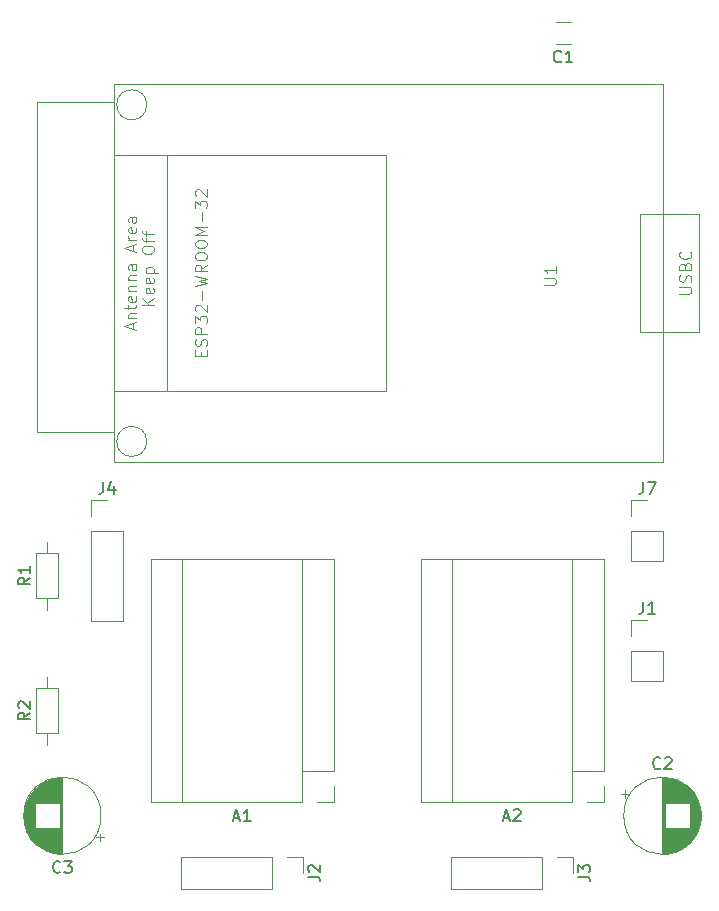
<source format=gbr>
%TF.GenerationSoftware,KiCad,Pcbnew,8.0.6*%
%TF.CreationDate,2024-11-14T00:00:25+01:00*%
%TF.ProjectId,CameraSlider,43616d65-7261-4536-9c69-6465722e6b69,rev?*%
%TF.SameCoordinates,Original*%
%TF.FileFunction,Legend,Top*%
%TF.FilePolarity,Positive*%
%FSLAX46Y46*%
G04 Gerber Fmt 4.6, Leading zero omitted, Abs format (unit mm)*
G04 Created by KiCad (PCBNEW 8.0.6) date 2024-11-14 00:00:25*
%MOMM*%
%LPD*%
G01*
G04 APERTURE LIST*
%ADD10C,0.150000*%
%ADD11C,0.100000*%
%ADD12C,0.120000*%
G04 APERTURE END LIST*
D10*
X136474819Y-110896666D02*
X135998628Y-111229999D01*
X136474819Y-111468094D02*
X135474819Y-111468094D01*
X135474819Y-111468094D02*
X135474819Y-111087142D01*
X135474819Y-111087142D02*
X135522438Y-110991904D01*
X135522438Y-110991904D02*
X135570057Y-110944285D01*
X135570057Y-110944285D02*
X135665295Y-110896666D01*
X135665295Y-110896666D02*
X135808152Y-110896666D01*
X135808152Y-110896666D02*
X135903390Y-110944285D01*
X135903390Y-110944285D02*
X135951009Y-110991904D01*
X135951009Y-110991904D02*
X135998628Y-111087142D01*
X135998628Y-111087142D02*
X135998628Y-111468094D01*
X135570057Y-110515713D02*
X135522438Y-110468094D01*
X135522438Y-110468094D02*
X135474819Y-110372856D01*
X135474819Y-110372856D02*
X135474819Y-110134761D01*
X135474819Y-110134761D02*
X135522438Y-110039523D01*
X135522438Y-110039523D02*
X135570057Y-109991904D01*
X135570057Y-109991904D02*
X135665295Y-109944285D01*
X135665295Y-109944285D02*
X135760533Y-109944285D01*
X135760533Y-109944285D02*
X135903390Y-109991904D01*
X135903390Y-109991904D02*
X136474819Y-110563332D01*
X136474819Y-110563332D02*
X136474819Y-109944285D01*
X136474819Y-99466666D02*
X135998628Y-99799999D01*
X136474819Y-100038094D02*
X135474819Y-100038094D01*
X135474819Y-100038094D02*
X135474819Y-99657142D01*
X135474819Y-99657142D02*
X135522438Y-99561904D01*
X135522438Y-99561904D02*
X135570057Y-99514285D01*
X135570057Y-99514285D02*
X135665295Y-99466666D01*
X135665295Y-99466666D02*
X135808152Y-99466666D01*
X135808152Y-99466666D02*
X135903390Y-99514285D01*
X135903390Y-99514285D02*
X135951009Y-99561904D01*
X135951009Y-99561904D02*
X135998628Y-99657142D01*
X135998628Y-99657142D02*
X135998628Y-100038094D01*
X136474819Y-98514285D02*
X136474819Y-99085713D01*
X136474819Y-98799999D02*
X135474819Y-98799999D01*
X135474819Y-98799999D02*
X135617676Y-98895237D01*
X135617676Y-98895237D02*
X135712914Y-98990475D01*
X135712914Y-98990475D02*
X135760533Y-99085713D01*
X188406666Y-91344819D02*
X188406666Y-92059104D01*
X188406666Y-92059104D02*
X188359047Y-92201961D01*
X188359047Y-92201961D02*
X188263809Y-92297200D01*
X188263809Y-92297200D02*
X188120952Y-92344819D01*
X188120952Y-92344819D02*
X188025714Y-92344819D01*
X188787619Y-91344819D02*
X189454285Y-91344819D01*
X189454285Y-91344819D02*
X189025714Y-92344819D01*
X142686666Y-91344819D02*
X142686666Y-92059104D01*
X142686666Y-92059104D02*
X142639047Y-92201961D01*
X142639047Y-92201961D02*
X142543809Y-92297200D01*
X142543809Y-92297200D02*
X142400952Y-92344819D01*
X142400952Y-92344819D02*
X142305714Y-92344819D01*
X143591428Y-91678152D02*
X143591428Y-92344819D01*
X143353333Y-91297200D02*
X143115238Y-92011485D01*
X143115238Y-92011485D02*
X143734285Y-92011485D01*
X188406666Y-101504819D02*
X188406666Y-102219104D01*
X188406666Y-102219104D02*
X188359047Y-102361961D01*
X188359047Y-102361961D02*
X188263809Y-102457200D01*
X188263809Y-102457200D02*
X188120952Y-102504819D01*
X188120952Y-102504819D02*
X188025714Y-102504819D01*
X189406666Y-102504819D02*
X188835238Y-102504819D01*
X189120952Y-102504819D02*
X189120952Y-101504819D01*
X189120952Y-101504819D02*
X189025714Y-101647676D01*
X189025714Y-101647676D02*
X188930476Y-101742914D01*
X188930476Y-101742914D02*
X188835238Y-101790533D01*
X139063333Y-124379580D02*
X139015714Y-124427200D01*
X139015714Y-124427200D02*
X138872857Y-124474819D01*
X138872857Y-124474819D02*
X138777619Y-124474819D01*
X138777619Y-124474819D02*
X138634762Y-124427200D01*
X138634762Y-124427200D02*
X138539524Y-124331961D01*
X138539524Y-124331961D02*
X138491905Y-124236723D01*
X138491905Y-124236723D02*
X138444286Y-124046247D01*
X138444286Y-124046247D02*
X138444286Y-123903390D01*
X138444286Y-123903390D02*
X138491905Y-123712914D01*
X138491905Y-123712914D02*
X138539524Y-123617676D01*
X138539524Y-123617676D02*
X138634762Y-123522438D01*
X138634762Y-123522438D02*
X138777619Y-123474819D01*
X138777619Y-123474819D02*
X138872857Y-123474819D01*
X138872857Y-123474819D02*
X139015714Y-123522438D01*
X139015714Y-123522438D02*
X139063333Y-123570057D01*
X139396667Y-123474819D02*
X140015714Y-123474819D01*
X140015714Y-123474819D02*
X139682381Y-123855771D01*
X139682381Y-123855771D02*
X139825238Y-123855771D01*
X139825238Y-123855771D02*
X139920476Y-123903390D01*
X139920476Y-123903390D02*
X139968095Y-123951009D01*
X139968095Y-123951009D02*
X140015714Y-124046247D01*
X140015714Y-124046247D02*
X140015714Y-124284342D01*
X140015714Y-124284342D02*
X139968095Y-124379580D01*
X139968095Y-124379580D02*
X139920476Y-124427200D01*
X139920476Y-124427200D02*
X139825238Y-124474819D01*
X139825238Y-124474819D02*
X139539524Y-124474819D01*
X139539524Y-124474819D02*
X139444286Y-124427200D01*
X139444286Y-124427200D02*
X139396667Y-124379580D01*
X189863333Y-115579580D02*
X189815714Y-115627200D01*
X189815714Y-115627200D02*
X189672857Y-115674819D01*
X189672857Y-115674819D02*
X189577619Y-115674819D01*
X189577619Y-115674819D02*
X189434762Y-115627200D01*
X189434762Y-115627200D02*
X189339524Y-115531961D01*
X189339524Y-115531961D02*
X189291905Y-115436723D01*
X189291905Y-115436723D02*
X189244286Y-115246247D01*
X189244286Y-115246247D02*
X189244286Y-115103390D01*
X189244286Y-115103390D02*
X189291905Y-114912914D01*
X189291905Y-114912914D02*
X189339524Y-114817676D01*
X189339524Y-114817676D02*
X189434762Y-114722438D01*
X189434762Y-114722438D02*
X189577619Y-114674819D01*
X189577619Y-114674819D02*
X189672857Y-114674819D01*
X189672857Y-114674819D02*
X189815714Y-114722438D01*
X189815714Y-114722438D02*
X189863333Y-114770057D01*
X190244286Y-114770057D02*
X190291905Y-114722438D01*
X190291905Y-114722438D02*
X190387143Y-114674819D01*
X190387143Y-114674819D02*
X190625238Y-114674819D01*
X190625238Y-114674819D02*
X190720476Y-114722438D01*
X190720476Y-114722438D02*
X190768095Y-114770057D01*
X190768095Y-114770057D02*
X190815714Y-114865295D01*
X190815714Y-114865295D02*
X190815714Y-114960533D01*
X190815714Y-114960533D02*
X190768095Y-115103390D01*
X190768095Y-115103390D02*
X190196667Y-115674819D01*
X190196667Y-115674819D02*
X190815714Y-115674819D01*
X181463333Y-55749580D02*
X181415714Y-55797200D01*
X181415714Y-55797200D02*
X181272857Y-55844819D01*
X181272857Y-55844819D02*
X181177619Y-55844819D01*
X181177619Y-55844819D02*
X181034762Y-55797200D01*
X181034762Y-55797200D02*
X180939524Y-55701961D01*
X180939524Y-55701961D02*
X180891905Y-55606723D01*
X180891905Y-55606723D02*
X180844286Y-55416247D01*
X180844286Y-55416247D02*
X180844286Y-55273390D01*
X180844286Y-55273390D02*
X180891905Y-55082914D01*
X180891905Y-55082914D02*
X180939524Y-54987676D01*
X180939524Y-54987676D02*
X181034762Y-54892438D01*
X181034762Y-54892438D02*
X181177619Y-54844819D01*
X181177619Y-54844819D02*
X181272857Y-54844819D01*
X181272857Y-54844819D02*
X181415714Y-54892438D01*
X181415714Y-54892438D02*
X181463333Y-54940057D01*
X182415714Y-55844819D02*
X181844286Y-55844819D01*
X182130000Y-55844819D02*
X182130000Y-54844819D01*
X182130000Y-54844819D02*
X182034762Y-54987676D01*
X182034762Y-54987676D02*
X181939524Y-55082914D01*
X181939524Y-55082914D02*
X181844286Y-55130533D01*
D11*
X180017419Y-74661904D02*
X180826942Y-74661904D01*
X180826942Y-74661904D02*
X180922180Y-74614285D01*
X180922180Y-74614285D02*
X180969800Y-74566666D01*
X180969800Y-74566666D02*
X181017419Y-74471428D01*
X181017419Y-74471428D02*
X181017419Y-74280952D01*
X181017419Y-74280952D02*
X180969800Y-74185714D01*
X180969800Y-74185714D02*
X180922180Y-74138095D01*
X180922180Y-74138095D02*
X180826942Y-74090476D01*
X180826942Y-74090476D02*
X180017419Y-74090476D01*
X181017419Y-73090476D02*
X181017419Y-73661904D01*
X181017419Y-73376190D02*
X180017419Y-73376190D01*
X180017419Y-73376190D02*
X180160276Y-73471428D01*
X180160276Y-73471428D02*
X180255514Y-73566666D01*
X180255514Y-73566666D02*
X180303133Y-73661904D01*
X146972419Y-76356115D02*
X145972419Y-76356115D01*
X146972419Y-75784687D02*
X146400990Y-76213258D01*
X145972419Y-75784687D02*
X146543847Y-76356115D01*
X146924800Y-74975163D02*
X146972419Y-75070401D01*
X146972419Y-75070401D02*
X146972419Y-75260877D01*
X146972419Y-75260877D02*
X146924800Y-75356115D01*
X146924800Y-75356115D02*
X146829561Y-75403734D01*
X146829561Y-75403734D02*
X146448609Y-75403734D01*
X146448609Y-75403734D02*
X146353371Y-75356115D01*
X146353371Y-75356115D02*
X146305752Y-75260877D01*
X146305752Y-75260877D02*
X146305752Y-75070401D01*
X146305752Y-75070401D02*
X146353371Y-74975163D01*
X146353371Y-74975163D02*
X146448609Y-74927544D01*
X146448609Y-74927544D02*
X146543847Y-74927544D01*
X146543847Y-74927544D02*
X146639085Y-75403734D01*
X146924800Y-74118020D02*
X146972419Y-74213258D01*
X146972419Y-74213258D02*
X146972419Y-74403734D01*
X146972419Y-74403734D02*
X146924800Y-74498972D01*
X146924800Y-74498972D02*
X146829561Y-74546591D01*
X146829561Y-74546591D02*
X146448609Y-74546591D01*
X146448609Y-74546591D02*
X146353371Y-74498972D01*
X146353371Y-74498972D02*
X146305752Y-74403734D01*
X146305752Y-74403734D02*
X146305752Y-74213258D01*
X146305752Y-74213258D02*
X146353371Y-74118020D01*
X146353371Y-74118020D02*
X146448609Y-74070401D01*
X146448609Y-74070401D02*
X146543847Y-74070401D01*
X146543847Y-74070401D02*
X146639085Y-74546591D01*
X146305752Y-73641829D02*
X147305752Y-73641829D01*
X146353371Y-73641829D02*
X146305752Y-73546591D01*
X146305752Y-73546591D02*
X146305752Y-73356115D01*
X146305752Y-73356115D02*
X146353371Y-73260877D01*
X146353371Y-73260877D02*
X146400990Y-73213258D01*
X146400990Y-73213258D02*
X146496228Y-73165639D01*
X146496228Y-73165639D02*
X146781942Y-73165639D01*
X146781942Y-73165639D02*
X146877180Y-73213258D01*
X146877180Y-73213258D02*
X146924800Y-73260877D01*
X146924800Y-73260877D02*
X146972419Y-73356115D01*
X146972419Y-73356115D02*
X146972419Y-73546591D01*
X146972419Y-73546591D02*
X146924800Y-73641829D01*
X145972419Y-71784686D02*
X145972419Y-71594210D01*
X145972419Y-71594210D02*
X146020038Y-71498972D01*
X146020038Y-71498972D02*
X146115276Y-71403734D01*
X146115276Y-71403734D02*
X146305752Y-71356115D01*
X146305752Y-71356115D02*
X146639085Y-71356115D01*
X146639085Y-71356115D02*
X146829561Y-71403734D01*
X146829561Y-71403734D02*
X146924800Y-71498972D01*
X146924800Y-71498972D02*
X146972419Y-71594210D01*
X146972419Y-71594210D02*
X146972419Y-71784686D01*
X146972419Y-71784686D02*
X146924800Y-71879924D01*
X146924800Y-71879924D02*
X146829561Y-71975162D01*
X146829561Y-71975162D02*
X146639085Y-72022781D01*
X146639085Y-72022781D02*
X146305752Y-72022781D01*
X146305752Y-72022781D02*
X146115276Y-71975162D01*
X146115276Y-71975162D02*
X146020038Y-71879924D01*
X146020038Y-71879924D02*
X145972419Y-71784686D01*
X146305752Y-71070400D02*
X146305752Y-70689448D01*
X146972419Y-70927543D02*
X146115276Y-70927543D01*
X146115276Y-70927543D02*
X146020038Y-70879924D01*
X146020038Y-70879924D02*
X145972419Y-70784686D01*
X145972419Y-70784686D02*
X145972419Y-70689448D01*
X146305752Y-70498971D02*
X146305752Y-70118019D01*
X146972419Y-70356114D02*
X146115276Y-70356114D01*
X146115276Y-70356114D02*
X146020038Y-70308495D01*
X146020038Y-70308495D02*
X145972419Y-70213257D01*
X145972419Y-70213257D02*
X145972419Y-70118019D01*
X191472419Y-75421904D02*
X192281942Y-75421904D01*
X192281942Y-75421904D02*
X192377180Y-75374285D01*
X192377180Y-75374285D02*
X192424800Y-75326666D01*
X192424800Y-75326666D02*
X192472419Y-75231428D01*
X192472419Y-75231428D02*
X192472419Y-75040952D01*
X192472419Y-75040952D02*
X192424800Y-74945714D01*
X192424800Y-74945714D02*
X192377180Y-74898095D01*
X192377180Y-74898095D02*
X192281942Y-74850476D01*
X192281942Y-74850476D02*
X191472419Y-74850476D01*
X192424800Y-74421904D02*
X192472419Y-74279047D01*
X192472419Y-74279047D02*
X192472419Y-74040952D01*
X192472419Y-74040952D02*
X192424800Y-73945714D01*
X192424800Y-73945714D02*
X192377180Y-73898095D01*
X192377180Y-73898095D02*
X192281942Y-73850476D01*
X192281942Y-73850476D02*
X192186704Y-73850476D01*
X192186704Y-73850476D02*
X192091466Y-73898095D01*
X192091466Y-73898095D02*
X192043847Y-73945714D01*
X192043847Y-73945714D02*
X191996228Y-74040952D01*
X191996228Y-74040952D02*
X191948609Y-74231428D01*
X191948609Y-74231428D02*
X191900990Y-74326666D01*
X191900990Y-74326666D02*
X191853371Y-74374285D01*
X191853371Y-74374285D02*
X191758133Y-74421904D01*
X191758133Y-74421904D02*
X191662895Y-74421904D01*
X191662895Y-74421904D02*
X191567657Y-74374285D01*
X191567657Y-74374285D02*
X191520038Y-74326666D01*
X191520038Y-74326666D02*
X191472419Y-74231428D01*
X191472419Y-74231428D02*
X191472419Y-73993333D01*
X191472419Y-73993333D02*
X191520038Y-73850476D01*
X191948609Y-73088571D02*
X191996228Y-72945714D01*
X191996228Y-72945714D02*
X192043847Y-72898095D01*
X192043847Y-72898095D02*
X192139085Y-72850476D01*
X192139085Y-72850476D02*
X192281942Y-72850476D01*
X192281942Y-72850476D02*
X192377180Y-72898095D01*
X192377180Y-72898095D02*
X192424800Y-72945714D01*
X192424800Y-72945714D02*
X192472419Y-73040952D01*
X192472419Y-73040952D02*
X192472419Y-73421904D01*
X192472419Y-73421904D02*
X191472419Y-73421904D01*
X191472419Y-73421904D02*
X191472419Y-73088571D01*
X191472419Y-73088571D02*
X191520038Y-72993333D01*
X191520038Y-72993333D02*
X191567657Y-72945714D01*
X191567657Y-72945714D02*
X191662895Y-72898095D01*
X191662895Y-72898095D02*
X191758133Y-72898095D01*
X191758133Y-72898095D02*
X191853371Y-72945714D01*
X191853371Y-72945714D02*
X191900990Y-72993333D01*
X191900990Y-72993333D02*
X191948609Y-73088571D01*
X191948609Y-73088571D02*
X191948609Y-73421904D01*
X192377180Y-71850476D02*
X192424800Y-71898095D01*
X192424800Y-71898095D02*
X192472419Y-72040952D01*
X192472419Y-72040952D02*
X192472419Y-72136190D01*
X192472419Y-72136190D02*
X192424800Y-72279047D01*
X192424800Y-72279047D02*
X192329561Y-72374285D01*
X192329561Y-72374285D02*
X192234323Y-72421904D01*
X192234323Y-72421904D02*
X192043847Y-72469523D01*
X192043847Y-72469523D02*
X191900990Y-72469523D01*
X191900990Y-72469523D02*
X191710514Y-72421904D01*
X191710514Y-72421904D02*
X191615276Y-72374285D01*
X191615276Y-72374285D02*
X191520038Y-72279047D01*
X191520038Y-72279047D02*
X191472419Y-72136190D01*
X191472419Y-72136190D02*
X191472419Y-72040952D01*
X191472419Y-72040952D02*
X191520038Y-71898095D01*
X191520038Y-71898095D02*
X191567657Y-71850476D01*
X150948609Y-80683808D02*
X150948609Y-80350475D01*
X151472419Y-80207618D02*
X151472419Y-80683808D01*
X151472419Y-80683808D02*
X150472419Y-80683808D01*
X150472419Y-80683808D02*
X150472419Y-80207618D01*
X151424800Y-79826665D02*
X151472419Y-79683808D01*
X151472419Y-79683808D02*
X151472419Y-79445713D01*
X151472419Y-79445713D02*
X151424800Y-79350475D01*
X151424800Y-79350475D02*
X151377180Y-79302856D01*
X151377180Y-79302856D02*
X151281942Y-79255237D01*
X151281942Y-79255237D02*
X151186704Y-79255237D01*
X151186704Y-79255237D02*
X151091466Y-79302856D01*
X151091466Y-79302856D02*
X151043847Y-79350475D01*
X151043847Y-79350475D02*
X150996228Y-79445713D01*
X150996228Y-79445713D02*
X150948609Y-79636189D01*
X150948609Y-79636189D02*
X150900990Y-79731427D01*
X150900990Y-79731427D02*
X150853371Y-79779046D01*
X150853371Y-79779046D02*
X150758133Y-79826665D01*
X150758133Y-79826665D02*
X150662895Y-79826665D01*
X150662895Y-79826665D02*
X150567657Y-79779046D01*
X150567657Y-79779046D02*
X150520038Y-79731427D01*
X150520038Y-79731427D02*
X150472419Y-79636189D01*
X150472419Y-79636189D02*
X150472419Y-79398094D01*
X150472419Y-79398094D02*
X150520038Y-79255237D01*
X151472419Y-78826665D02*
X150472419Y-78826665D01*
X150472419Y-78826665D02*
X150472419Y-78445713D01*
X150472419Y-78445713D02*
X150520038Y-78350475D01*
X150520038Y-78350475D02*
X150567657Y-78302856D01*
X150567657Y-78302856D02*
X150662895Y-78255237D01*
X150662895Y-78255237D02*
X150805752Y-78255237D01*
X150805752Y-78255237D02*
X150900990Y-78302856D01*
X150900990Y-78302856D02*
X150948609Y-78350475D01*
X150948609Y-78350475D02*
X150996228Y-78445713D01*
X150996228Y-78445713D02*
X150996228Y-78826665D01*
X150472419Y-77921903D02*
X150472419Y-77302856D01*
X150472419Y-77302856D02*
X150853371Y-77636189D01*
X150853371Y-77636189D02*
X150853371Y-77493332D01*
X150853371Y-77493332D02*
X150900990Y-77398094D01*
X150900990Y-77398094D02*
X150948609Y-77350475D01*
X150948609Y-77350475D02*
X151043847Y-77302856D01*
X151043847Y-77302856D02*
X151281942Y-77302856D01*
X151281942Y-77302856D02*
X151377180Y-77350475D01*
X151377180Y-77350475D02*
X151424800Y-77398094D01*
X151424800Y-77398094D02*
X151472419Y-77493332D01*
X151472419Y-77493332D02*
X151472419Y-77779046D01*
X151472419Y-77779046D02*
X151424800Y-77874284D01*
X151424800Y-77874284D02*
X151377180Y-77921903D01*
X150567657Y-76921903D02*
X150520038Y-76874284D01*
X150520038Y-76874284D02*
X150472419Y-76779046D01*
X150472419Y-76779046D02*
X150472419Y-76540951D01*
X150472419Y-76540951D02*
X150520038Y-76445713D01*
X150520038Y-76445713D02*
X150567657Y-76398094D01*
X150567657Y-76398094D02*
X150662895Y-76350475D01*
X150662895Y-76350475D02*
X150758133Y-76350475D01*
X150758133Y-76350475D02*
X150900990Y-76398094D01*
X150900990Y-76398094D02*
X151472419Y-76969522D01*
X151472419Y-76969522D02*
X151472419Y-76350475D01*
X151091466Y-75921903D02*
X151091466Y-75159999D01*
X150472419Y-74779046D02*
X151472419Y-74540951D01*
X151472419Y-74540951D02*
X150758133Y-74350475D01*
X150758133Y-74350475D02*
X151472419Y-74159999D01*
X151472419Y-74159999D02*
X150472419Y-73921904D01*
X151472419Y-72969523D02*
X150996228Y-73302856D01*
X151472419Y-73540951D02*
X150472419Y-73540951D01*
X150472419Y-73540951D02*
X150472419Y-73159999D01*
X150472419Y-73159999D02*
X150520038Y-73064761D01*
X150520038Y-73064761D02*
X150567657Y-73017142D01*
X150567657Y-73017142D02*
X150662895Y-72969523D01*
X150662895Y-72969523D02*
X150805752Y-72969523D01*
X150805752Y-72969523D02*
X150900990Y-73017142D01*
X150900990Y-73017142D02*
X150948609Y-73064761D01*
X150948609Y-73064761D02*
X150996228Y-73159999D01*
X150996228Y-73159999D02*
X150996228Y-73540951D01*
X150472419Y-72350475D02*
X150472419Y-72159999D01*
X150472419Y-72159999D02*
X150520038Y-72064761D01*
X150520038Y-72064761D02*
X150615276Y-71969523D01*
X150615276Y-71969523D02*
X150805752Y-71921904D01*
X150805752Y-71921904D02*
X151139085Y-71921904D01*
X151139085Y-71921904D02*
X151329561Y-71969523D01*
X151329561Y-71969523D02*
X151424800Y-72064761D01*
X151424800Y-72064761D02*
X151472419Y-72159999D01*
X151472419Y-72159999D02*
X151472419Y-72350475D01*
X151472419Y-72350475D02*
X151424800Y-72445713D01*
X151424800Y-72445713D02*
X151329561Y-72540951D01*
X151329561Y-72540951D02*
X151139085Y-72588570D01*
X151139085Y-72588570D02*
X150805752Y-72588570D01*
X150805752Y-72588570D02*
X150615276Y-72540951D01*
X150615276Y-72540951D02*
X150520038Y-72445713D01*
X150520038Y-72445713D02*
X150472419Y-72350475D01*
X150472419Y-71302856D02*
X150472419Y-71112380D01*
X150472419Y-71112380D02*
X150520038Y-71017142D01*
X150520038Y-71017142D02*
X150615276Y-70921904D01*
X150615276Y-70921904D02*
X150805752Y-70874285D01*
X150805752Y-70874285D02*
X151139085Y-70874285D01*
X151139085Y-70874285D02*
X151329561Y-70921904D01*
X151329561Y-70921904D02*
X151424800Y-71017142D01*
X151424800Y-71017142D02*
X151472419Y-71112380D01*
X151472419Y-71112380D02*
X151472419Y-71302856D01*
X151472419Y-71302856D02*
X151424800Y-71398094D01*
X151424800Y-71398094D02*
X151329561Y-71493332D01*
X151329561Y-71493332D02*
X151139085Y-71540951D01*
X151139085Y-71540951D02*
X150805752Y-71540951D01*
X150805752Y-71540951D02*
X150615276Y-71493332D01*
X150615276Y-71493332D02*
X150520038Y-71398094D01*
X150520038Y-71398094D02*
X150472419Y-71302856D01*
X151472419Y-70445713D02*
X150472419Y-70445713D01*
X150472419Y-70445713D02*
X151186704Y-70112380D01*
X151186704Y-70112380D02*
X150472419Y-69779047D01*
X150472419Y-69779047D02*
X151472419Y-69779047D01*
X151091466Y-69302856D02*
X151091466Y-68540952D01*
X150472419Y-68159999D02*
X150472419Y-67540952D01*
X150472419Y-67540952D02*
X150853371Y-67874285D01*
X150853371Y-67874285D02*
X150853371Y-67731428D01*
X150853371Y-67731428D02*
X150900990Y-67636190D01*
X150900990Y-67636190D02*
X150948609Y-67588571D01*
X150948609Y-67588571D02*
X151043847Y-67540952D01*
X151043847Y-67540952D02*
X151281942Y-67540952D01*
X151281942Y-67540952D02*
X151377180Y-67588571D01*
X151377180Y-67588571D02*
X151424800Y-67636190D01*
X151424800Y-67636190D02*
X151472419Y-67731428D01*
X151472419Y-67731428D02*
X151472419Y-68017142D01*
X151472419Y-68017142D02*
X151424800Y-68112380D01*
X151424800Y-68112380D02*
X151377180Y-68159999D01*
X150567657Y-67159999D02*
X150520038Y-67112380D01*
X150520038Y-67112380D02*
X150472419Y-67017142D01*
X150472419Y-67017142D02*
X150472419Y-66779047D01*
X150472419Y-66779047D02*
X150520038Y-66683809D01*
X150520038Y-66683809D02*
X150567657Y-66636190D01*
X150567657Y-66636190D02*
X150662895Y-66588571D01*
X150662895Y-66588571D02*
X150758133Y-66588571D01*
X150758133Y-66588571D02*
X150900990Y-66636190D01*
X150900990Y-66636190D02*
X151472419Y-67207618D01*
X151472419Y-67207618D02*
X151472419Y-66588571D01*
X145186704Y-78421905D02*
X145186704Y-77945715D01*
X145472419Y-78517143D02*
X144472419Y-78183810D01*
X144472419Y-78183810D02*
X145472419Y-77850477D01*
X144805752Y-77517143D02*
X145472419Y-77517143D01*
X144900990Y-77517143D02*
X144853371Y-77469524D01*
X144853371Y-77469524D02*
X144805752Y-77374286D01*
X144805752Y-77374286D02*
X144805752Y-77231429D01*
X144805752Y-77231429D02*
X144853371Y-77136191D01*
X144853371Y-77136191D02*
X144948609Y-77088572D01*
X144948609Y-77088572D02*
X145472419Y-77088572D01*
X144805752Y-76755238D02*
X144805752Y-76374286D01*
X144472419Y-76612381D02*
X145329561Y-76612381D01*
X145329561Y-76612381D02*
X145424800Y-76564762D01*
X145424800Y-76564762D02*
X145472419Y-76469524D01*
X145472419Y-76469524D02*
X145472419Y-76374286D01*
X145424800Y-75660000D02*
X145472419Y-75755238D01*
X145472419Y-75755238D02*
X145472419Y-75945714D01*
X145472419Y-75945714D02*
X145424800Y-76040952D01*
X145424800Y-76040952D02*
X145329561Y-76088571D01*
X145329561Y-76088571D02*
X144948609Y-76088571D01*
X144948609Y-76088571D02*
X144853371Y-76040952D01*
X144853371Y-76040952D02*
X144805752Y-75945714D01*
X144805752Y-75945714D02*
X144805752Y-75755238D01*
X144805752Y-75755238D02*
X144853371Y-75660000D01*
X144853371Y-75660000D02*
X144948609Y-75612381D01*
X144948609Y-75612381D02*
X145043847Y-75612381D01*
X145043847Y-75612381D02*
X145139085Y-76088571D01*
X144805752Y-75183809D02*
X145472419Y-75183809D01*
X144900990Y-75183809D02*
X144853371Y-75136190D01*
X144853371Y-75136190D02*
X144805752Y-75040952D01*
X144805752Y-75040952D02*
X144805752Y-74898095D01*
X144805752Y-74898095D02*
X144853371Y-74802857D01*
X144853371Y-74802857D02*
X144948609Y-74755238D01*
X144948609Y-74755238D02*
X145472419Y-74755238D01*
X144805752Y-74279047D02*
X145472419Y-74279047D01*
X144900990Y-74279047D02*
X144853371Y-74231428D01*
X144853371Y-74231428D02*
X144805752Y-74136190D01*
X144805752Y-74136190D02*
X144805752Y-73993333D01*
X144805752Y-73993333D02*
X144853371Y-73898095D01*
X144853371Y-73898095D02*
X144948609Y-73850476D01*
X144948609Y-73850476D02*
X145472419Y-73850476D01*
X145472419Y-72945714D02*
X144948609Y-72945714D01*
X144948609Y-72945714D02*
X144853371Y-72993333D01*
X144853371Y-72993333D02*
X144805752Y-73088571D01*
X144805752Y-73088571D02*
X144805752Y-73279047D01*
X144805752Y-73279047D02*
X144853371Y-73374285D01*
X145424800Y-72945714D02*
X145472419Y-73040952D01*
X145472419Y-73040952D02*
X145472419Y-73279047D01*
X145472419Y-73279047D02*
X145424800Y-73374285D01*
X145424800Y-73374285D02*
X145329561Y-73421904D01*
X145329561Y-73421904D02*
X145234323Y-73421904D01*
X145234323Y-73421904D02*
X145139085Y-73374285D01*
X145139085Y-73374285D02*
X145091466Y-73279047D01*
X145091466Y-73279047D02*
X145091466Y-73040952D01*
X145091466Y-73040952D02*
X145043847Y-72945714D01*
X145186704Y-71755237D02*
X145186704Y-71279047D01*
X145472419Y-71850475D02*
X144472419Y-71517142D01*
X144472419Y-71517142D02*
X145472419Y-71183809D01*
X145472419Y-70850475D02*
X144805752Y-70850475D01*
X144996228Y-70850475D02*
X144900990Y-70802856D01*
X144900990Y-70802856D02*
X144853371Y-70755237D01*
X144853371Y-70755237D02*
X144805752Y-70659999D01*
X144805752Y-70659999D02*
X144805752Y-70564761D01*
X145424800Y-69850475D02*
X145472419Y-69945713D01*
X145472419Y-69945713D02*
X145472419Y-70136189D01*
X145472419Y-70136189D02*
X145424800Y-70231427D01*
X145424800Y-70231427D02*
X145329561Y-70279046D01*
X145329561Y-70279046D02*
X144948609Y-70279046D01*
X144948609Y-70279046D02*
X144853371Y-70231427D01*
X144853371Y-70231427D02*
X144805752Y-70136189D01*
X144805752Y-70136189D02*
X144805752Y-69945713D01*
X144805752Y-69945713D02*
X144853371Y-69850475D01*
X144853371Y-69850475D02*
X144948609Y-69802856D01*
X144948609Y-69802856D02*
X145043847Y-69802856D01*
X145043847Y-69802856D02*
X145139085Y-70279046D01*
X145472419Y-68945713D02*
X144948609Y-68945713D01*
X144948609Y-68945713D02*
X144853371Y-68993332D01*
X144853371Y-68993332D02*
X144805752Y-69088570D01*
X144805752Y-69088570D02*
X144805752Y-69279046D01*
X144805752Y-69279046D02*
X144853371Y-69374284D01*
X145424800Y-68945713D02*
X145472419Y-69040951D01*
X145472419Y-69040951D02*
X145472419Y-69279046D01*
X145472419Y-69279046D02*
X145424800Y-69374284D01*
X145424800Y-69374284D02*
X145329561Y-69421903D01*
X145329561Y-69421903D02*
X145234323Y-69421903D01*
X145234323Y-69421903D02*
X145139085Y-69374284D01*
X145139085Y-69374284D02*
X145091466Y-69279046D01*
X145091466Y-69279046D02*
X145091466Y-69040951D01*
X145091466Y-69040951D02*
X145043847Y-68945713D01*
D10*
X182904819Y-124793333D02*
X183619104Y-124793333D01*
X183619104Y-124793333D02*
X183761961Y-124840952D01*
X183761961Y-124840952D02*
X183857200Y-124936190D01*
X183857200Y-124936190D02*
X183904819Y-125079047D01*
X183904819Y-125079047D02*
X183904819Y-125174285D01*
X182904819Y-124412380D02*
X182904819Y-123793333D01*
X182904819Y-123793333D02*
X183285771Y-124126666D01*
X183285771Y-124126666D02*
X183285771Y-123983809D01*
X183285771Y-123983809D02*
X183333390Y-123888571D01*
X183333390Y-123888571D02*
X183381009Y-123840952D01*
X183381009Y-123840952D02*
X183476247Y-123793333D01*
X183476247Y-123793333D02*
X183714342Y-123793333D01*
X183714342Y-123793333D02*
X183809580Y-123840952D01*
X183809580Y-123840952D02*
X183857200Y-123888571D01*
X183857200Y-123888571D02*
X183904819Y-123983809D01*
X183904819Y-123983809D02*
X183904819Y-124269523D01*
X183904819Y-124269523D02*
X183857200Y-124364761D01*
X183857200Y-124364761D02*
X183809580Y-124412380D01*
X160044819Y-124793333D02*
X160759104Y-124793333D01*
X160759104Y-124793333D02*
X160901961Y-124840952D01*
X160901961Y-124840952D02*
X160997200Y-124936190D01*
X160997200Y-124936190D02*
X161044819Y-125079047D01*
X161044819Y-125079047D02*
X161044819Y-125174285D01*
X160140057Y-124364761D02*
X160092438Y-124317142D01*
X160092438Y-124317142D02*
X160044819Y-124221904D01*
X160044819Y-124221904D02*
X160044819Y-123983809D01*
X160044819Y-123983809D02*
X160092438Y-123888571D01*
X160092438Y-123888571D02*
X160140057Y-123840952D01*
X160140057Y-123840952D02*
X160235295Y-123793333D01*
X160235295Y-123793333D02*
X160330533Y-123793333D01*
X160330533Y-123793333D02*
X160473390Y-123840952D01*
X160473390Y-123840952D02*
X161044819Y-124412380D01*
X161044819Y-124412380D02*
X161044819Y-123793333D01*
X176595714Y-119789104D02*
X177071904Y-119789104D01*
X176500476Y-120074819D02*
X176833809Y-119074819D01*
X176833809Y-119074819D02*
X177167142Y-120074819D01*
X177452857Y-119170057D02*
X177500476Y-119122438D01*
X177500476Y-119122438D02*
X177595714Y-119074819D01*
X177595714Y-119074819D02*
X177833809Y-119074819D01*
X177833809Y-119074819D02*
X177929047Y-119122438D01*
X177929047Y-119122438D02*
X177976666Y-119170057D01*
X177976666Y-119170057D02*
X178024285Y-119265295D01*
X178024285Y-119265295D02*
X178024285Y-119360533D01*
X178024285Y-119360533D02*
X177976666Y-119503390D01*
X177976666Y-119503390D02*
X177405238Y-120074819D01*
X177405238Y-120074819D02*
X178024285Y-120074819D01*
X153735714Y-119789104D02*
X154211904Y-119789104D01*
X153640476Y-120074819D02*
X153973809Y-119074819D01*
X153973809Y-119074819D02*
X154307142Y-120074819D01*
X155164285Y-120074819D02*
X154592857Y-120074819D01*
X154878571Y-120074819D02*
X154878571Y-119074819D01*
X154878571Y-119074819D02*
X154783333Y-119217676D01*
X154783333Y-119217676D02*
X154688095Y-119312914D01*
X154688095Y-119312914D02*
X154592857Y-119360533D01*
D12*
%TO.C,R2*%
X137940000Y-107860000D02*
X137940000Y-108810000D01*
X138860000Y-108810000D02*
X137020000Y-108810000D01*
X137020000Y-108810000D02*
X137020000Y-112650000D01*
X138860000Y-112650000D02*
X138860000Y-108810000D01*
X137020000Y-112650000D02*
X138860000Y-112650000D01*
X137940000Y-113600000D02*
X137940000Y-112650000D01*
%TO.C,R1*%
X137940000Y-96430000D02*
X137940000Y-97380000D01*
X138860000Y-97380000D02*
X137020000Y-97380000D01*
X137020000Y-97380000D02*
X137020000Y-101220000D01*
X138860000Y-101220000D02*
X138860000Y-97380000D01*
X137020000Y-101220000D02*
X138860000Y-101220000D01*
X137940000Y-102170000D02*
X137940000Y-101220000D01*
%TO.C,J7*%
X190070000Y-95490000D02*
X190070000Y-98090000D01*
X187410000Y-98090000D02*
X190070000Y-98090000D01*
X187410000Y-95490000D02*
X190070000Y-95490000D01*
X187410000Y-95490000D02*
X187410000Y-98090000D01*
X187410000Y-94220000D02*
X187410000Y-92890000D01*
X187410000Y-92890000D02*
X188740000Y-92890000D01*
%TO.C,J4*%
X144350000Y-95490000D02*
X144350000Y-103170000D01*
X141690000Y-103170000D02*
X144350000Y-103170000D01*
X141690000Y-95490000D02*
X144350000Y-95490000D01*
X141690000Y-95490000D02*
X141690000Y-103170000D01*
X141690000Y-94220000D02*
X141690000Y-92890000D01*
X141690000Y-92890000D02*
X143020000Y-92890000D01*
%TO.C,J1*%
X190070000Y-105650000D02*
X190070000Y-108250000D01*
X187410000Y-108250000D02*
X190070000Y-108250000D01*
X187410000Y-105650000D02*
X190070000Y-105650000D01*
X187410000Y-105650000D02*
X187410000Y-108250000D01*
X187410000Y-104380000D02*
X187410000Y-103050000D01*
X187410000Y-103050000D02*
X188740000Y-103050000D01*
%TO.C,C3*%
X142500000Y-119620000D02*
G75*
G02*
X135960000Y-119620000I-3270000J0D01*
G01*
X135960000Y-119620000D02*
G75*
G02*
X142500000Y-119620000I3270000J0D01*
G01*
X135989000Y-120022000D02*
X135989000Y-119218000D01*
X136029000Y-120253000D02*
X136029000Y-118987000D01*
X136069000Y-120422000D02*
X136069000Y-118818000D01*
X136109000Y-120560000D02*
X136109000Y-118680000D01*
X136149000Y-120679000D02*
X136149000Y-118561000D01*
X136189000Y-120785000D02*
X136189000Y-118455000D01*
X136229000Y-120882000D02*
X136229000Y-118358000D01*
X136269000Y-120970000D02*
X136269000Y-118270000D01*
X136309000Y-121052000D02*
X136309000Y-118188000D01*
X136349000Y-121129000D02*
X136349000Y-118111000D01*
X136389000Y-121201000D02*
X136389000Y-118039000D01*
X136429000Y-121270000D02*
X136429000Y-117970000D01*
X136469000Y-121334000D02*
X136469000Y-117906000D01*
X136509000Y-121396000D02*
X136509000Y-117844000D01*
X136549000Y-121454000D02*
X136549000Y-117786000D01*
X136589000Y-121510000D02*
X136589000Y-117730000D01*
X136629000Y-121564000D02*
X136629000Y-117676000D01*
X136669000Y-121615000D02*
X136669000Y-117625000D01*
X136709000Y-121664000D02*
X136709000Y-117576000D01*
X136749000Y-121712000D02*
X136749000Y-117528000D01*
X136789000Y-121757000D02*
X136789000Y-117483000D01*
X136829000Y-121802000D02*
X136829000Y-117438000D01*
X136869000Y-121844000D02*
X136869000Y-117396000D01*
X136909000Y-121885000D02*
X136909000Y-117355000D01*
X136949000Y-118580000D02*
X136949000Y-117315000D01*
X136949000Y-121925000D02*
X136949000Y-120660000D01*
X136989000Y-118580000D02*
X136989000Y-117277000D01*
X136989000Y-121963000D02*
X136989000Y-120660000D01*
X137029000Y-118580000D02*
X137029000Y-117240000D01*
X137029000Y-122000000D02*
X137029000Y-120660000D01*
X137069000Y-118580000D02*
X137069000Y-117204000D01*
X137069000Y-122036000D02*
X137069000Y-120660000D01*
X137109000Y-118580000D02*
X137109000Y-117170000D01*
X137109000Y-122070000D02*
X137109000Y-120660000D01*
X137149000Y-118580000D02*
X137149000Y-117136000D01*
X137149000Y-122104000D02*
X137149000Y-120660000D01*
X137189000Y-118580000D02*
X137189000Y-117104000D01*
X137189000Y-122136000D02*
X137189000Y-120660000D01*
X137229000Y-118580000D02*
X137229000Y-117072000D01*
X137229000Y-122168000D02*
X137229000Y-120660000D01*
X137269000Y-118580000D02*
X137269000Y-117042000D01*
X137269000Y-122198000D02*
X137269000Y-120660000D01*
X137309000Y-118580000D02*
X137309000Y-117013000D01*
X137309000Y-122227000D02*
X137309000Y-120660000D01*
X137349000Y-118580000D02*
X137349000Y-116984000D01*
X137349000Y-122256000D02*
X137349000Y-120660000D01*
X137389000Y-118580000D02*
X137389000Y-116956000D01*
X137389000Y-122284000D02*
X137389000Y-120660000D01*
X137429000Y-118580000D02*
X137429000Y-116930000D01*
X137429000Y-122310000D02*
X137429000Y-120660000D01*
X137469000Y-118580000D02*
X137469000Y-116904000D01*
X137469000Y-122336000D02*
X137469000Y-120660000D01*
X137509000Y-118580000D02*
X137509000Y-116878000D01*
X137509000Y-122362000D02*
X137509000Y-120660000D01*
X137549000Y-118580000D02*
X137549000Y-116854000D01*
X137549000Y-122386000D02*
X137549000Y-120660000D01*
X137589000Y-118580000D02*
X137589000Y-116830000D01*
X137589000Y-122410000D02*
X137589000Y-120660000D01*
X137629000Y-118580000D02*
X137629000Y-116808000D01*
X137629000Y-122432000D02*
X137629000Y-120660000D01*
X137669000Y-118580000D02*
X137669000Y-116786000D01*
X137669000Y-122454000D02*
X137669000Y-120660000D01*
X137709000Y-118580000D02*
X137709000Y-116764000D01*
X137709000Y-122476000D02*
X137709000Y-120660000D01*
X137749000Y-118580000D02*
X137749000Y-116744000D01*
X137749000Y-122496000D02*
X137749000Y-120660000D01*
X137789000Y-118580000D02*
X137789000Y-116724000D01*
X137789000Y-122516000D02*
X137789000Y-120660000D01*
X137829000Y-118580000D02*
X137829000Y-116704000D01*
X137829000Y-122536000D02*
X137829000Y-120660000D01*
X137869000Y-118580000D02*
X137869000Y-116686000D01*
X137869000Y-122554000D02*
X137869000Y-120660000D01*
X137909000Y-118580000D02*
X137909000Y-116668000D01*
X137909000Y-122572000D02*
X137909000Y-120660000D01*
X137949000Y-118580000D02*
X137949000Y-116650000D01*
X137949000Y-122590000D02*
X137949000Y-120660000D01*
X137989000Y-118580000D02*
X137989000Y-116634000D01*
X137989000Y-122606000D02*
X137989000Y-120660000D01*
X138029000Y-118580000D02*
X138029000Y-116618000D01*
X138029000Y-122622000D02*
X138029000Y-120660000D01*
X138069000Y-118580000D02*
X138069000Y-116602000D01*
X138069000Y-122638000D02*
X138069000Y-120660000D01*
X138109000Y-118580000D02*
X138109000Y-116587000D01*
X138109000Y-122653000D02*
X138109000Y-120660000D01*
X138149000Y-118580000D02*
X138149000Y-116573000D01*
X138149000Y-122667000D02*
X138149000Y-120660000D01*
X138189000Y-118580000D02*
X138189000Y-116559000D01*
X138189000Y-122681000D02*
X138189000Y-120660000D01*
X138229000Y-118580000D02*
X138229000Y-116546000D01*
X138229000Y-122694000D02*
X138229000Y-120660000D01*
X138269000Y-118580000D02*
X138269000Y-116534000D01*
X138269000Y-122706000D02*
X138269000Y-120660000D01*
X138309000Y-118580000D02*
X138309000Y-116522000D01*
X138309000Y-122718000D02*
X138309000Y-120660000D01*
X138349000Y-118580000D02*
X138349000Y-116510000D01*
X138349000Y-122730000D02*
X138349000Y-120660000D01*
X138389000Y-118580000D02*
X138389000Y-116499000D01*
X138389000Y-122741000D02*
X138389000Y-120660000D01*
X138429000Y-118580000D02*
X138429000Y-116489000D01*
X138429000Y-122751000D02*
X138429000Y-120660000D01*
X138469000Y-118580000D02*
X138469000Y-116479000D01*
X138469000Y-122761000D02*
X138469000Y-120660000D01*
X138509000Y-118580000D02*
X138509000Y-116470000D01*
X138509000Y-122770000D02*
X138509000Y-120660000D01*
X138550000Y-118580000D02*
X138550000Y-116461000D01*
X138550000Y-122779000D02*
X138550000Y-120660000D01*
X138590000Y-118580000D02*
X138590000Y-116453000D01*
X138590000Y-122787000D02*
X138590000Y-120660000D01*
X138630000Y-118580000D02*
X138630000Y-116445000D01*
X138630000Y-122795000D02*
X138630000Y-120660000D01*
X138670000Y-118580000D02*
X138670000Y-116438000D01*
X138670000Y-122802000D02*
X138670000Y-120660000D01*
X138710000Y-118580000D02*
X138710000Y-116431000D01*
X138710000Y-122809000D02*
X138710000Y-120660000D01*
X138750000Y-118580000D02*
X138750000Y-116425000D01*
X138750000Y-122815000D02*
X138750000Y-120660000D01*
X138790000Y-118580000D02*
X138790000Y-116419000D01*
X138790000Y-122821000D02*
X138790000Y-120660000D01*
X138830000Y-118580000D02*
X138830000Y-116414000D01*
X138830000Y-122826000D02*
X138830000Y-120660000D01*
X138870000Y-118580000D02*
X138870000Y-116409000D01*
X138870000Y-122831000D02*
X138870000Y-120660000D01*
X138910000Y-118580000D02*
X138910000Y-116405000D01*
X138910000Y-122835000D02*
X138910000Y-120660000D01*
X138950000Y-118580000D02*
X138950000Y-116402000D01*
X138950000Y-122838000D02*
X138950000Y-120660000D01*
X138990000Y-118580000D02*
X138990000Y-116398000D01*
X138990000Y-122842000D02*
X138990000Y-120660000D01*
X139030000Y-122844000D02*
X139030000Y-116396000D01*
X139070000Y-122847000D02*
X139070000Y-116393000D01*
X139110000Y-122848000D02*
X139110000Y-116392000D01*
X139150000Y-122850000D02*
X139150000Y-116390000D01*
X139190000Y-122850000D02*
X139190000Y-116390000D01*
X139230000Y-122850000D02*
X139230000Y-116390000D01*
X142415241Y-121774000D02*
X142415241Y-121144000D01*
X142730241Y-121459000D02*
X142100241Y-121459000D01*
%TO.C,C2*%
X193300000Y-119620000D02*
G75*
G02*
X186760000Y-119620000I-3270000J0D01*
G01*
X186760000Y-119620000D02*
G75*
G02*
X193300000Y-119620000I3270000J0D01*
G01*
X193271000Y-119218000D02*
X193271000Y-120022000D01*
X193231000Y-118987000D02*
X193231000Y-120253000D01*
X193191000Y-118818000D02*
X193191000Y-120422000D01*
X193151000Y-118680000D02*
X193151000Y-120560000D01*
X193111000Y-118561000D02*
X193111000Y-120679000D01*
X193071000Y-118455000D02*
X193071000Y-120785000D01*
X193031000Y-118358000D02*
X193031000Y-120882000D01*
X192991000Y-118270000D02*
X192991000Y-120970000D01*
X192951000Y-118188000D02*
X192951000Y-121052000D01*
X192911000Y-118111000D02*
X192911000Y-121129000D01*
X192871000Y-118039000D02*
X192871000Y-121201000D01*
X192831000Y-117970000D02*
X192831000Y-121270000D01*
X192791000Y-117906000D02*
X192791000Y-121334000D01*
X192751000Y-117844000D02*
X192751000Y-121396000D01*
X192711000Y-117786000D02*
X192711000Y-121454000D01*
X192671000Y-117730000D02*
X192671000Y-121510000D01*
X192631000Y-117676000D02*
X192631000Y-121564000D01*
X192591000Y-117625000D02*
X192591000Y-121615000D01*
X192551000Y-117576000D02*
X192551000Y-121664000D01*
X192511000Y-117528000D02*
X192511000Y-121712000D01*
X192471000Y-117483000D02*
X192471000Y-121757000D01*
X192431000Y-117438000D02*
X192431000Y-121802000D01*
X192391000Y-117396000D02*
X192391000Y-121844000D01*
X192351000Y-117355000D02*
X192351000Y-121885000D01*
X192311000Y-120660000D02*
X192311000Y-121925000D01*
X192311000Y-117315000D02*
X192311000Y-118580000D01*
X192271000Y-120660000D02*
X192271000Y-121963000D01*
X192271000Y-117277000D02*
X192271000Y-118580000D01*
X192231000Y-120660000D02*
X192231000Y-122000000D01*
X192231000Y-117240000D02*
X192231000Y-118580000D01*
X192191000Y-120660000D02*
X192191000Y-122036000D01*
X192191000Y-117204000D02*
X192191000Y-118580000D01*
X192151000Y-120660000D02*
X192151000Y-122070000D01*
X192151000Y-117170000D02*
X192151000Y-118580000D01*
X192111000Y-120660000D02*
X192111000Y-122104000D01*
X192111000Y-117136000D02*
X192111000Y-118580000D01*
X192071000Y-120660000D02*
X192071000Y-122136000D01*
X192071000Y-117104000D02*
X192071000Y-118580000D01*
X192031000Y-120660000D02*
X192031000Y-122168000D01*
X192031000Y-117072000D02*
X192031000Y-118580000D01*
X191991000Y-120660000D02*
X191991000Y-122198000D01*
X191991000Y-117042000D02*
X191991000Y-118580000D01*
X191951000Y-120660000D02*
X191951000Y-122227000D01*
X191951000Y-117013000D02*
X191951000Y-118580000D01*
X191911000Y-120660000D02*
X191911000Y-122256000D01*
X191911000Y-116984000D02*
X191911000Y-118580000D01*
X191871000Y-120660000D02*
X191871000Y-122284000D01*
X191871000Y-116956000D02*
X191871000Y-118580000D01*
X191831000Y-120660000D02*
X191831000Y-122310000D01*
X191831000Y-116930000D02*
X191831000Y-118580000D01*
X191791000Y-120660000D02*
X191791000Y-122336000D01*
X191791000Y-116904000D02*
X191791000Y-118580000D01*
X191751000Y-120660000D02*
X191751000Y-122362000D01*
X191751000Y-116878000D02*
X191751000Y-118580000D01*
X191711000Y-120660000D02*
X191711000Y-122386000D01*
X191711000Y-116854000D02*
X191711000Y-118580000D01*
X191671000Y-120660000D02*
X191671000Y-122410000D01*
X191671000Y-116830000D02*
X191671000Y-118580000D01*
X191631000Y-120660000D02*
X191631000Y-122432000D01*
X191631000Y-116808000D02*
X191631000Y-118580000D01*
X191591000Y-120660000D02*
X191591000Y-122454000D01*
X191591000Y-116786000D02*
X191591000Y-118580000D01*
X191551000Y-120660000D02*
X191551000Y-122476000D01*
X191551000Y-116764000D02*
X191551000Y-118580000D01*
X191511000Y-120660000D02*
X191511000Y-122496000D01*
X191511000Y-116744000D02*
X191511000Y-118580000D01*
X191471000Y-120660000D02*
X191471000Y-122516000D01*
X191471000Y-116724000D02*
X191471000Y-118580000D01*
X191431000Y-120660000D02*
X191431000Y-122536000D01*
X191431000Y-116704000D02*
X191431000Y-118580000D01*
X191391000Y-120660000D02*
X191391000Y-122554000D01*
X191391000Y-116686000D02*
X191391000Y-118580000D01*
X191351000Y-120660000D02*
X191351000Y-122572000D01*
X191351000Y-116668000D02*
X191351000Y-118580000D01*
X191311000Y-120660000D02*
X191311000Y-122590000D01*
X191311000Y-116650000D02*
X191311000Y-118580000D01*
X191271000Y-120660000D02*
X191271000Y-122606000D01*
X191271000Y-116634000D02*
X191271000Y-118580000D01*
X191231000Y-120660000D02*
X191231000Y-122622000D01*
X191231000Y-116618000D02*
X191231000Y-118580000D01*
X191191000Y-120660000D02*
X191191000Y-122638000D01*
X191191000Y-116602000D02*
X191191000Y-118580000D01*
X191151000Y-120660000D02*
X191151000Y-122653000D01*
X191151000Y-116587000D02*
X191151000Y-118580000D01*
X191111000Y-120660000D02*
X191111000Y-122667000D01*
X191111000Y-116573000D02*
X191111000Y-118580000D01*
X191071000Y-120660000D02*
X191071000Y-122681000D01*
X191071000Y-116559000D02*
X191071000Y-118580000D01*
X191031000Y-120660000D02*
X191031000Y-122694000D01*
X191031000Y-116546000D02*
X191031000Y-118580000D01*
X190991000Y-120660000D02*
X190991000Y-122706000D01*
X190991000Y-116534000D02*
X190991000Y-118580000D01*
X190951000Y-120660000D02*
X190951000Y-122718000D01*
X190951000Y-116522000D02*
X190951000Y-118580000D01*
X190911000Y-120660000D02*
X190911000Y-122730000D01*
X190911000Y-116510000D02*
X190911000Y-118580000D01*
X190871000Y-120660000D02*
X190871000Y-122741000D01*
X190871000Y-116499000D02*
X190871000Y-118580000D01*
X190831000Y-120660000D02*
X190831000Y-122751000D01*
X190831000Y-116489000D02*
X190831000Y-118580000D01*
X190791000Y-120660000D02*
X190791000Y-122761000D01*
X190791000Y-116479000D02*
X190791000Y-118580000D01*
X190751000Y-120660000D02*
X190751000Y-122770000D01*
X190751000Y-116470000D02*
X190751000Y-118580000D01*
X190710000Y-120660000D02*
X190710000Y-122779000D01*
X190710000Y-116461000D02*
X190710000Y-118580000D01*
X190670000Y-120660000D02*
X190670000Y-122787000D01*
X190670000Y-116453000D02*
X190670000Y-118580000D01*
X190630000Y-120660000D02*
X190630000Y-122795000D01*
X190630000Y-116445000D02*
X190630000Y-118580000D01*
X190590000Y-120660000D02*
X190590000Y-122802000D01*
X190590000Y-116438000D02*
X190590000Y-118580000D01*
X190550000Y-120660000D02*
X190550000Y-122809000D01*
X190550000Y-116431000D02*
X190550000Y-118580000D01*
X190510000Y-120660000D02*
X190510000Y-122815000D01*
X190510000Y-116425000D02*
X190510000Y-118580000D01*
X190470000Y-120660000D02*
X190470000Y-122821000D01*
X190470000Y-116419000D02*
X190470000Y-118580000D01*
X190430000Y-120660000D02*
X190430000Y-122826000D01*
X190430000Y-116414000D02*
X190430000Y-118580000D01*
X190390000Y-120660000D02*
X190390000Y-122831000D01*
X190390000Y-116409000D02*
X190390000Y-118580000D01*
X190350000Y-120660000D02*
X190350000Y-122835000D01*
X190350000Y-116405000D02*
X190350000Y-118580000D01*
X190310000Y-120660000D02*
X190310000Y-122838000D01*
X190310000Y-116402000D02*
X190310000Y-118580000D01*
X190270000Y-120660000D02*
X190270000Y-122842000D01*
X190270000Y-116398000D02*
X190270000Y-118580000D01*
X190230000Y-116396000D02*
X190230000Y-122844000D01*
X190190000Y-116393000D02*
X190190000Y-122847000D01*
X190150000Y-116392000D02*
X190150000Y-122848000D01*
X190110000Y-116390000D02*
X190110000Y-122850000D01*
X190070000Y-116390000D02*
X190070000Y-122850000D01*
X190030000Y-116390000D02*
X190030000Y-122850000D01*
X186844759Y-117466000D02*
X186844759Y-118096000D01*
X186529759Y-117781000D02*
X187159759Y-117781000D01*
%TO.C,C1*%
X182259000Y-52420000D02*
X181001000Y-52420000D01*
X182259000Y-54260000D02*
X181001000Y-54260000D01*
%TO.C,U1*%
D11*
X143600000Y-89660000D02*
X190100000Y-89660000D01*
X190100000Y-57660000D01*
X143600000Y-57660000D01*
X143600000Y-89660000D01*
X137100000Y-87160000D02*
X143600000Y-87160000D01*
X143600000Y-59160000D01*
X137100000Y-59160000D01*
X137100000Y-87160000D01*
X143600000Y-83660000D02*
X148100000Y-83660000D01*
X148100000Y-63660000D01*
X143600000Y-63660000D01*
X143600000Y-83660000D01*
X148100000Y-83660000D02*
X166600000Y-83660000D01*
X166600000Y-63660000D01*
X148100000Y-63660000D01*
X148100000Y-83660000D01*
X188100000Y-78660000D02*
X193100000Y-78660000D01*
X193100000Y-68660000D01*
X188100000Y-68660000D01*
X188100000Y-78660000D01*
X146370000Y-87930000D02*
G75*
G02*
X143830000Y-87930000I-1270000J0D01*
G01*
X143830000Y-87930000D02*
G75*
G02*
X146370000Y-87930000I1270000J0D01*
G01*
X146370000Y-59430000D02*
G75*
G02*
X143830000Y-59430000I-1270000J0D01*
G01*
X143830000Y-59430000D02*
G75*
G02*
X146370000Y-59430000I1270000J0D01*
G01*
D12*
%TO.C,J3*%
X182450000Y-123130000D02*
X182450000Y-124460000D01*
X181120000Y-123130000D02*
X182450000Y-123130000D01*
X179850000Y-123130000D02*
X172170000Y-123130000D01*
X179850000Y-123130000D02*
X179850000Y-125790000D01*
X172170000Y-123130000D02*
X172170000Y-125790000D01*
X179850000Y-125790000D02*
X172170000Y-125790000D01*
%TO.C,J2*%
X159590000Y-123130000D02*
X159590000Y-124460000D01*
X158260000Y-123130000D02*
X159590000Y-123130000D01*
X156990000Y-123130000D02*
X149310000Y-123130000D01*
X156990000Y-123130000D02*
X156990000Y-125790000D01*
X149310000Y-123130000D02*
X149310000Y-125790000D01*
X156990000Y-125790000D02*
X149310000Y-125790000D01*
%TO.C,A2*%
X185060000Y-118480000D02*
X185060000Y-117080000D01*
X185060000Y-115810000D02*
X185060000Y-97900000D01*
X185060000Y-97900000D02*
X169560000Y-97900000D01*
X183660000Y-118480000D02*
X185060000Y-118480000D01*
X182390000Y-118480000D02*
X182390000Y-115810000D01*
X182390000Y-115810000D02*
X185060000Y-115810000D01*
X182390000Y-115810000D02*
X182390000Y-97900000D01*
X172230000Y-118480000D02*
X172230000Y-97900000D01*
X169560000Y-118480000D02*
X182390000Y-118480000D01*
X169560000Y-97900000D02*
X169560000Y-118480000D01*
%TO.C,A1*%
X162200000Y-118480000D02*
X162200000Y-117080000D01*
X162200000Y-115810000D02*
X162200000Y-97900000D01*
X162200000Y-97900000D02*
X146700000Y-97900000D01*
X160800000Y-118480000D02*
X162200000Y-118480000D01*
X159530000Y-118480000D02*
X159530000Y-115810000D01*
X159530000Y-115810000D02*
X162200000Y-115810000D01*
X159530000Y-115810000D02*
X159530000Y-97900000D01*
X149370000Y-118480000D02*
X149370000Y-97900000D01*
X146700000Y-118480000D02*
X159530000Y-118480000D01*
X146700000Y-97900000D02*
X146700000Y-118480000D01*
%TD*%
M02*

</source>
